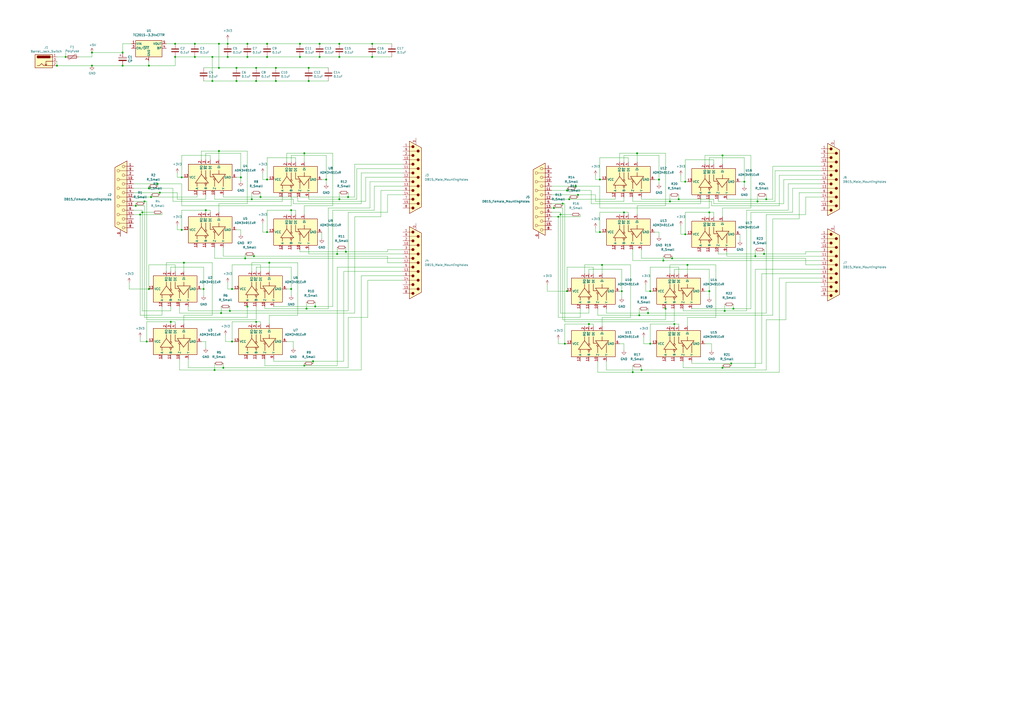
<source format=kicad_sch>
(kicad_sch (version 20211123) (generator eeschema)
  (paper "A2")
  (junction (at 71.12 30.48))
  (junction (at 156.21 152.4))
  (junction (at 377.19 168.91))
  (junction (at 128.27 181.61))
  (junction (at 124.46 214.63))
  (junction (at 53.34 30.48))
  (junction (at 419.1 213.36))
  (junction (at 123.19 46.99))
  (junction (at 105.41 102.87))
  (junction (at 179.07 39.37))
  (junction (at 154.94 104.14))
  (junction (at 431.8 105.41))
  (junction (at 123.19 33.02))
  (junction (at 143.51 25.4))
  (junction (at 360.68 168.91))
  (junction (at 372.11 214.63))
  (junction (at 119.38 121.92))
  (junction (at 118.11 167.64))
  (junction (at 151.13 114.3))
  (junction (at 129.54 213.36))
  (junction (at 389.89 149.86))
  (junction (at 86.36 167.64))
  (junction (at 185.42 25.4))
  (junction (at 81.28 124.46))
  (junction (at 443.23 147.32))
  (junction (at 105.41 133.35))
  (junction (at 173.99 25.4))
  (junction (at 347.98 134.62))
  (junction (at 173.99 33.02))
  (junction (at 335.28 113.03))
  (junction (at 154.94 25.4))
  (junction (at 38.1 33.02))
  (junction (at 326.39 118.11))
  (junction (at 146.05 115.57))
  (junction (at 328.93 168.91))
  (junction (at 391.16 187.96))
  (junction (at 215.9 25.4))
  (junction (at 99.06 186.69))
  (junction (at 154.94 134.62))
  (junction (at 323.85 125.73))
  (junction (at 134.62 167.64))
  (junction (at 176.53 88.9))
  (junction (at 420.37 180.34))
  (junction (at 361.95 123.19))
  (junction (at 397.51 105.41))
  (junction (at 393.7 115.57))
  (junction (at 201.93 114.3))
  (junction (at 154.94 33.02))
  (junction (at 424.18 210.82))
  (junction (at 419.1 90.17))
  (junction (at 176.53 212.09))
  (junction (at 196.85 25.4))
  (junction (at 137.16 46.99))
  (junction (at 160.02 39.37))
  (junction (at 327.66 199.39))
  (junction (at 177.8 179.07))
  (junction (at 133.35 180.34))
  (junction (at 349.25 153.67))
  (junction (at 101.6 25.4))
  (junction (at 411.48 123.19))
  (junction (at 181.61 209.55))
  (junction (at 182.88 177.8))
  (junction (at 382.27 104.14))
  (junction (at 168.91 121.92))
  (junction (at 53.34 38.1))
  (junction (at 85.09 198.12))
  (junction (at 143.51 177.8))
  (junction (at 148.59 39.37))
  (junction (at 160.02 46.99))
  (junction (at 179.07 46.99))
  (junction (at 397.51 135.89))
  (junction (at 106.68 152.4))
  (junction (at 325.12 124.46))
  (junction (at 196.85 33.02))
  (junction (at 377.19 199.39))
  (junction (at 168.91 167.64))
  (junction (at 148.59 46.99))
  (junction (at 388.62 116.84))
  (junction (at 215.9 33.02))
  (junction (at 82.55 123.19))
  (junction (at 86.36 38.1))
  (junction (at 86.36 109.22))
  (junction (at 132.08 25.4))
  (junction (at 137.16 39.37))
  (junction (at 438.15 148.59))
  (junction (at 113.03 25.4))
  (junction (at 195.58 147.32))
  (junction (at 127 39.37))
  (junction (at 200.66 146.05))
  (junction (at 328.93 110.49))
  (junction (at 189.23 104.14))
  (junction (at 398.78 153.67))
  (junction (at 370.84 182.88))
  (junction (at 384.81 151.13))
  (junction (at 83.82 116.84))
  (junction (at 425.45 179.07))
  (junction (at 143.51 33.02))
  (junction (at 78.74 119.38))
  (junction (at 330.2 115.57))
  (junction (at 33.02 38.1))
  (junction (at 411.48 168.91))
  (junction (at 375.92 181.61))
  (junction (at 127 87.63))
  (junction (at 148.59 186.69))
  (junction (at 334.01 107.95))
  (junction (at 341.63 187.96))
  (junction (at 196.85 115.57))
  (junction (at 321.31 120.65))
  (junction (at 367.03 215.9))
  (junction (at 92.71 111.76))
  (junction (at 147.32 148.59))
  (junction (at 369.57 88.9))
  (junction (at 185.42 33.02))
  (junction (at 101.6 33.02))
  (junction (at 134.62 198.12))
  (junction (at 347.98 104.14))
  (junction (at 87.63 114.3))
  (junction (at 439.42 116.84))
  (junction (at 71.12 38.1))
  (junction (at 132.08 33.02))
  (junction (at 139.7 102.87))
  (junction (at 127 25.4))
  (junction (at 91.44 106.68))
  (junction (at 142.24 149.86))
  (junction (at 113.03 33.02))
  (junction (at 444.5 115.57))
  (junction (at 386.08 179.07))
  (wire (pts (xy 394.97 135.89) (xy 397.51 135.89)))
  (wire (pts (xy 196.85 33.02) (xy 215.9 33.02)))
  (wire (pts (xy 104.14 214.63) (xy 124.46 214.63)))
  (wire (pts (xy 201.93 213.36) (xy 201.93 184.15)))
  (wire (pts (xy 86.36 38.1) (xy 101.6 38.1)))
  (wire (pts (xy 374.65 165.1) (xy 374.65 168.91)))
  (wire (pts (xy 96.52 152.4) (xy 106.68 152.4)))
  (wire (pts (xy 147.32 148.59) (xy 224.79 148.59)))
  (wire (pts (xy 139.7 102.87) (xy 139.7 105.41)))
  (wire (pts (xy 369.57 88.9) (xy 369.57 93.98)))
  (wire (pts (xy 408.94 168.91) (xy 411.48 168.91)))
  (wire (pts (xy 152.4 129.54) (xy 152.4 134.62)))
  (wire (pts (xy 320.04 110.49) (xy 328.93 110.49)))
  (wire (pts (xy 81.28 195.58) (xy 81.28 198.12)))
  (wire (pts (xy 116.84 167.64) (xy 118.11 167.64)))
  (wire (pts (xy 212.09 102.87) (xy 233.68 102.87)))
  (wire (pts (xy 88.9 123.19) (xy 82.55 123.19)))
  (wire (pts (xy 99.06 157.48) (xy 99.06 154.94)))
  (wire (pts (xy 326.39 185.42) (xy 386.08 185.42)))
  (wire (pts (xy 361.95 123.19) (xy 361.95 124.46)))
  (wire (pts (xy 168.91 154.94) (xy 168.91 167.64)))
  (wire (pts (xy 179.07 144.78) (xy 179.07 147.32)))
  (wire (pts (xy 124.46 143.51) (xy 124.46 149.86)))
  (wire (pts (xy 152.4 134.62) (xy 154.94 134.62)))
  (wire (pts (xy 86.36 153.67) (xy 86.36 167.64)))
  (wire (pts (xy 146.05 115.57) (xy 170.18 115.57)))
  (wire (pts (xy 347.98 107.95) (xy 347.98 120.65)))
  (wire (pts (xy 173.99 144.78) (xy 173.99 146.05)))
  (wire (pts (xy 419.1 90.17) (xy 435.61 90.17)))
  (wire (pts (xy 160.02 39.37) (xy 179.07 39.37)))
  (wire (pts (xy 391.16 156.21) (xy 411.48 156.21)))
  (wire (pts (xy 173.99 33.02) (xy 185.42 33.02)))
  (wire (pts (xy 444.5 113.03) (xy 444.5 115.57)))
  (wire (pts (xy 99.06 186.69) (xy 99.06 187.96)))
  (wire (pts (xy 361.95 93.98) (xy 361.95 90.17)))
  (wire (pts (xy 433.07 121.92) (xy 433.07 180.34)))
  (wire (pts (xy 421.64 148.59) (xy 438.15 148.59)))
  (wire (pts (xy 209.55 100.33) (xy 233.68 100.33)))
  (wire (pts (xy 367.03 215.9) (xy 452.12 215.9)))
  (wire (pts (xy 158.75 177.8) (xy 182.88 177.8)))
  (wire (pts (xy 341.63 156.21) (xy 360.68 156.21)))
  (wire (pts (xy 99.06 154.94) (xy 118.11 154.94)))
  (wire (pts (xy 151.13 187.96) (xy 151.13 186.69)))
  (wire (pts (xy 154.94 25.4) (xy 173.99 25.4)))
  (wire (pts (xy 388.62 153.67) (xy 398.78 153.67)))
  (wire (pts (xy 101.6 25.4) (xy 113.03 25.4)))
  (wire (pts (xy 372.11 115.57) (xy 393.7 115.57)))
  (wire (pts (xy 336.55 184.15) (xy 336.55 179.07)))
  (wire (pts (xy 375.92 181.61) (xy 444.5 181.61)))
  (wire (pts (xy 325.12 123.19) (xy 325.12 124.46)))
  (wire (pts (xy 342.9 118.11) (xy 406.4 118.11)))
  (wire (pts (xy 372.11 212.09) (xy 372.11 214.63)))
  (wire (pts (xy 328.93 109.22) (xy 328.93 110.49)))
  (wire (pts (xy 87.63 114.3) (xy 114.3 114.3)))
  (wire (pts (xy 127 87.63) (xy 143.51 87.63)))
  (wire (pts (xy 373.38 195.58) (xy 373.38 199.39)))
  (wire (pts (xy 457.2 121.92) (xy 457.2 106.68)))
  (wire (pts (xy 391.16 187.96) (xy 391.16 189.23)))
  (wire (pts (xy 127 39.37) (xy 127 25.4)))
  (wire (pts (xy 367.03 114.3) (xy 367.03 116.84)))
  (wire (pts (xy 85.09 198.12) (xy 86.36 198.12)))
  (wire (pts (xy 151.13 153.67) (xy 134.62 153.67)))
  (wire (pts (xy 77.47 124.46) (xy 81.28 124.46)))
  (wire (pts (xy 401.32 179.07) (xy 425.45 179.07)))
  (wire (pts (xy 327.66 186.69) (xy 391.16 186.69)))
  (wire (pts (xy 448.31 127) (xy 463.55 127)))
  (wire (pts (xy 86.36 35.56) (xy 86.36 38.1)))
  (wire (pts (xy 196.85 111.76) (xy 196.85 115.57)))
  (wire (pts (xy 92.71 111.76) (xy 92.71 113.03)))
  (wire (pts (xy 330.2 114.3) (xy 330.2 115.57)))
  (wire (pts (xy 151.13 157.48) (xy 151.13 153.67)))
  (wire (pts (xy 195.58 147.32) (xy 233.68 147.32)))
  (wire (pts (xy 185.42 25.4) (xy 196.85 25.4)))
  (wire (pts (xy 360.68 156.21) (xy 360.68 168.91)))
  (wire (pts (xy 116.84 198.12) (xy 119.38 198.12)))
  (wire (pts (xy 416.56 147.32) (xy 443.23 147.32)))
  (wire (pts (xy 148.59 39.37) (xy 160.02 39.37)))
  (wire (pts (xy 151.13 114.3) (xy 172.72 114.3)))
  (wire (pts (xy 127 87.63) (xy 127 92.71)))
  (wire (pts (xy 441.96 210.82) (xy 441.96 158.75)))
  (wire (pts (xy 171.45 91.44) (xy 154.94 91.44)))
  (wire (pts (xy 467.36 114.3) (xy 476.25 114.3)))
  (wire (pts (xy 182.88 175.26) (xy 182.88 177.8)))
  (wire (pts (xy 377.19 199.39) (xy 378.46 199.39)))
  (wire (pts (xy 205.74 114.3) (xy 205.74 95.25)))
  (wire (pts (xy 119.38 88.9) (xy 139.7 88.9)))
  (wire (pts (xy 71.12 38.1) (xy 86.36 38.1)))
  (wire (pts (xy 435.61 90.17) (xy 435.61 120.65)))
  (wire (pts (xy 71.12 25.4) (xy 71.12 30.48)))
  (wire (pts (xy 109.22 177.8) (xy 109.22 180.34)))
  (wire (pts (xy 344.17 158.75) (xy 344.17 154.94)))
  (wire (pts (xy 416.56 115.57) (xy 416.56 116.84)))
  (wire (pts (xy 114.3 114.3) (xy 114.3 113.03)))
  (wire (pts (xy 133.35 180.34) (xy 201.93 180.34)))
  (wire (pts (xy 143.51 176.53) (xy 143.51 177.8)))
  (wire (pts (xy 100.33 109.22) (xy 100.33 116.84)))
  (wire (pts (xy 82.55 123.19) (xy 82.55 180.34)))
  (wire (pts (xy 213.36 184.15) (xy 213.36 162.56)))
  (wire (pts (xy 452.12 215.9) (xy 452.12 161.29)))
  (wire (pts (xy 137.16 102.87) (xy 139.7 102.87)))
  (wire (pts (xy 220.98 125.73) (xy 220.98 110.49)))
  (wire (pts (xy 71.12 25.4) (xy 76.2 25.4)))
  (wire (pts (xy 168.91 119.38) (xy 168.91 114.3)))
  (wire (pts (xy 179.07 115.57) (xy 196.85 115.57)))
  (wire (pts (xy 467.36 153.67) (xy 476.25 153.67)))
  (wire (pts (xy 323.85 125.73) (xy 336.55 125.73)))
  (wire (pts (xy 172.72 182.88) (xy 156.21 182.88)))
  (wire (pts (xy 370.84 182.88) (xy 448.31 182.88)))
  (wire (pts (xy 109.22 180.34) (xy 133.35 180.34)))
  (wire (pts (xy 92.71 111.76) (xy 102.87 111.76)))
  (wire (pts (xy 101.6 157.48) (xy 101.6 153.67)))
  (wire (pts (xy 335.28 113.03) (xy 335.28 114.3)))
  (wire (pts (xy 367.03 116.84) (xy 388.62 116.84)))
  (wire (pts (xy 429.26 135.89) (xy 429.26 139.7)))
  (wire (pts (xy 100.33 116.84) (xy 163.83 116.84)))
  (wire (pts (xy 351.79 209.55) (xy 351.79 214.63)))
  (wire (pts (xy 224.79 123.19) (xy 224.79 113.03)))
  (wire (pts (xy 224.79 152.4) (xy 233.68 152.4)))
  (wire (pts (xy 105.41 133.35) (xy 106.68 133.35)))
  (wire (pts (xy 388.62 116.84) (xy 412.75 116.84)))
  (wire (pts (xy 168.91 90.17) (xy 189.23 90.17)))
  (wire (pts (xy 325.12 123.19) (xy 320.04 123.19)))
  (wire (pts (xy 119.38 115.57) (xy 119.38 113.03)))
  (wire (pts (xy 113.03 25.4) (xy 127 25.4)))
  (wire (pts (xy 320.04 125.73) (xy 323.85 125.73)))
  (wire (pts (xy 74.93 167.64) (xy 86.36 167.64)))
  (wire (pts (xy 123.19 46.99) (xy 123.19 33.02)))
  (wire (pts (xy 367.03 151.13) (xy 384.81 151.13)))
  (wire (pts (xy 361.95 123.19) (xy 347.98 123.19)))
  (wire (pts (xy 152.4 104.14) (xy 154.94 104.14)))
  (wire (pts (xy 344.17 189.23) (xy 344.17 187.96)))
  (wire (pts (xy 377.19 168.91) (xy 378.46 168.91)))
  (wire (pts (xy 459.74 123.19) (xy 459.74 109.22)))
  (wire (pts (xy 177.8 175.26) (xy 177.8 179.07)))
  (wire (pts (xy 444.5 115.57) (xy 448.31 115.57)))
  (wire (pts (xy 137.16 46.99) (xy 148.59 46.99)))
  (wire (pts (xy 326.39 118.11) (xy 327.66 118.11)))
  (wire (pts (xy 81.28 124.46) (xy 93.98 124.46)))
  (wire (pts (xy 452.12 119.38) (xy 452.12 101.6)))
  (wire (pts (xy 83.82 119.38) (xy 83.82 184.15)))
  (wire (pts (xy 443.23 144.78) (xy 443.23 147.32)))
  (wire (pts (xy 193.04 119.38) (xy 176.53 119.38)))
  (wire (pts (xy 361.95 199.39) (xy 361.95 203.2)))
  (wire (pts (xy 105.41 90.17) (xy 105.41 102.87)))
  (wire (pts (xy 224.79 113.03) (xy 233.68 113.03)))
  (wire (pts (xy 105.41 119.38) (xy 168.91 119.38)))
  (wire (pts (xy 130.81 194.31) (xy 130.81 198.12)))
  (wire (pts (xy 396.24 209.55) (xy 396.24 213.36)))
  (wire (pts (xy 53.34 38.1) (xy 71.12 38.1)))
  (wire (pts (xy 102.87 115.57) (xy 119.38 115.57)))
  (wire (pts (xy 168.91 121.92) (xy 154.94 121.92)))
  (wire (pts (xy 420.37 180.34) (xy 433.07 180.34)))
  (wire (pts (xy 168.91 167.64) (xy 168.91 171.45)))
  (wire (pts (xy 412.75 119.38) (xy 452.12 119.38)))
  (wire (pts (xy 365.76 184.15) (xy 349.25 184.15)))
  (wire (pts (xy 444.5 214.63) (xy 444.5 185.42)))
  (wire (pts (xy 388.62 113.03) (xy 388.62 116.84)))
  (wire (pts (xy 148.59 154.94) (xy 168.91 154.94)))
  (wire (pts (xy 142.24 147.32) (xy 142.24 149.86)))
  (wire (pts (xy 205.74 95.25) (xy 233.68 95.25)))
  (wire (pts (xy 170.18 118.11) (xy 209.55 118.11)))
  (wire (pts (xy 207.01 115.57) (xy 207.01 97.79)))
  (wire (pts (xy 137.16 39.37) (xy 148.59 39.37)))
  (wire (pts (xy 148.59 186.69) (xy 134.62 186.69)))
  (wire (pts (xy 449.58 116.84) (xy 449.58 99.06)))
  (wire (pts (xy 195.58 212.09) (xy 195.58 154.94)))
  (wire (pts (xy 105.41 121.92) (xy 105.41 133.35)))
  (wire (pts (xy 435.61 120.65) (xy 419.1 120.65)))
  (wire (pts (xy 213.36 162.56) (xy 233.68 162.56)))
  (wire (pts (xy 419.1 212.09) (xy 419.1 213.36)))
  (wire (pts (xy 361.95 116.84) (xy 361.95 114.3)))
  (wire (pts (xy 361.95 90.17) (xy 382.27 90.17)))
  (wire (pts (xy 224.79 144.78) (xy 233.68 144.78)))
  (wire (pts (xy 341.63 187.96) (xy 341.63 189.23)))
  (wire (pts (xy 200.66 146.05) (xy 224.79 146.05)))
  (wire (pts (xy 176.53 88.9) (xy 176.53 93.98)))
  (wire (pts (xy 457.2 106.68) (xy 476.25 106.68)))
  (wire (pts (xy 359.41 168.91) (xy 360.68 168.91)))
  (wire (pts (xy 463.55 111.76) (xy 476.25 111.76)))
  (wire (pts (xy 195.58 143.51) (xy 195.58 147.32)))
  (wire (pts (xy 121.92 92.71) (xy 121.92 90.17)))
  (wire (pts (xy 209.55 118.11) (xy 209.55 100.33)))
  (wire (pts (xy 199.39 157.48) (xy 233.68 157.48)))
  (wire (pts (xy 99.06 177.8) (xy 99.06 180.34)))
  (wire (pts (xy 172.72 114.3) (xy 172.72 116.84)))
  (wire (pts (xy 344.17 154.94) (xy 328.93 154.94)))
  (wire (pts (xy 349.25 153.67) (xy 365.76 153.67)))
  (wire (pts (xy 344.17 187.96) (xy 341.63 187.96)))
  (wire (pts (xy 101.6 153.67) (xy 86.36 153.67)))
  (wire (pts (xy 367.03 144.78) (xy 367.03 151.13)))
  (wire (pts (xy 425.45 176.53) (xy 425.45 179.07)))
  (wire (pts (xy 172.72 152.4) (xy 172.72 182.88)))
  (wire (pts (xy 375.92 179.07) (xy 375.92 181.61)))
  (wire (pts (xy 347.98 120.65) (xy 411.48 120.65)))
  (wire (pts (xy 393.7 154.94) (xy 377.19 154.94)))
  (wire (pts (xy 156.21 152.4) (xy 172.72 152.4)))
  (wire (pts (xy 96.52 25.4) (xy 101.6 25.4)))
  (wire (pts (xy 33.02 35.56) (xy 33.02 38.1)))
  (wire (pts (xy 342.9 110.49) (xy 342.9 118.11)))
  (wire (pts (xy 349.25 153.67) (xy 349.25 158.75)))
  (wire (pts (xy 419.1 90.17) (xy 419.1 95.25)))
  (wire (pts (xy 85.09 185.42) (xy 148.59 185.42)))
  (wire (pts (xy 320.04 115.57) (xy 330.2 115.57)))
  (wire (pts (xy 101.6 187.96) (xy 101.6 186.69)))
  (wire (pts (xy 372.11 144.78) (xy 372.11 149.86)))
  (wire (pts (xy 393.7 115.57) (xy 414.02 115.57)))
  (wire (pts (xy 396.24 179.07) (xy 396.24 180.34)))
  (wire (pts (xy 394.97 130.81) (xy 394.97 135.89)))
  (wire (pts (xy 85.09 116.84) (xy 85.09 185.42)))
  (wire (pts (xy 389.89 148.59) (xy 389.89 149.86)))
  (wire (pts (xy 134.62 167.64) (xy 135.89 167.64)))
  (wire (pts (xy 382.27 104.14) (xy 382.27 106.68)))
  (wire (pts (xy 93.98 182.88) (xy 93.98 177.8)))
  (wire (pts (xy 220.98 110.49) (xy 233.68 110.49)))
  (wire (pts (xy 179.07 114.3) (xy 179.07 115.57)))
  (wire (pts (xy 467.36 149.86) (xy 467.36 153.67)))
  (wire (pts (xy 359.41 93.98) (xy 359.41 88.9)))
  (wire (pts (xy 351.79 179.07) (xy 351.79 181.61)))
  (wire (pts (xy 321.31 119.38) (xy 321.31 120.65)))
  (wire (pts (xy 454.66 118.11) (xy 454.66 104.14)))
  (wire (pts (xy 323.85 125.73) (xy 323.85 184.15)))
  (wire (pts (xy 146.05 157.48) (xy 146.05 152.4)))
  (wire (pts (xy 146.05 111.76) (xy 146.05 115.57)))
  (wire (pts (xy 173.99 114.3) (xy 201.93 114.3)))
  (wire (pts (xy 444.5 124.46) (xy 467.36 124.46)))
  (wire (pts (xy 156.21 182.88) (xy 156.21 187.96)))
  (wire (pts (xy 132.08 33.02) (xy 143.51 33.02)))
  (wire (pts (xy 190.5 120.65) (xy 190.5 179.07)))
  (wire (pts (xy 449.58 99.06) (xy 476.25 99.06)))
  (wire (pts (xy 323.85 199.39) (xy 327.66 199.39)))
  (wire (pts (xy 86.36 109.22) (xy 100.33 109.22)))
  (wire (pts (xy 384.81 151.13) (xy 476.25 151.13)))
  (wire (pts (xy 53.34 30.48) (xy 53.34 33.02)))
  (wire (pts (xy 166.37 88.9) (xy 176.53 88.9)))
  (wire (pts (xy 33.02 33.02) (xy 38.1 33.02)))
  (wire (pts (xy 369.57 88.9) (xy 386.08 88.9)))
  (wire (pts (xy 132.08 167.64) (xy 134.62 167.64)))
  (wire (pts (xy 124.46 210.82) (xy 124.46 214.63)))
  (wire (pts (xy 139.7 133.35) (xy 139.7 135.89)))
  (wire (pts (xy 397.51 123.19) (xy 397.51 135.89)))
  (wire (pts (xy 467.36 147.32) (xy 467.36 146.05)))
  (wire (pts (xy 82.55 121.92) (xy 77.47 121.92)))
  (wire (pts (xy 109.22 213.36) (xy 129.54 213.36)))
  (wire (pts (xy 347.98 123.19) (xy 347.98 134.62)))
  (wire (pts (xy 156.21 152.4) (xy 156.21 157.48)))
  (wire (pts (xy 179.07 39.37) (xy 190.5 39.37)))
  (wire (pts (xy 124.46 113.03) (xy 124.46 115.57)))
  (wire (pts (xy 123.19 33.02) (xy 132.08 33.02)))
  (wire (pts (xy 104.14 208.28) (xy 104.14 214.63)))
  (wire (pts (xy 412.75 199.39) (xy 412.75 203.2)))
  (wire (pts (xy 139.7 88.9) (xy 139.7 102.87)))
  (wire (pts (xy 77.47 109.22) (xy 86.36 109.22)))
  (wire (pts (xy 147.32 147.32) (xy 147.32 148.59)))
  (wire (pts (xy 99.06 186.69) (xy 85.09 186.69)))
  (wire (pts (xy 377.19 187.96) (xy 377.19 199.39)))
  (wire (pts (xy 463.55 127) (xy 463.55 111.76)))
  (wire (pts (xy 438.15 213.36) (xy 438.15 156.21)))
  (wire (pts (xy 166.37 198.12) (xy 170.18 198.12)))
  (wire (pts (xy 121.92 90.17) (xy 105.41 90.17)))
  (wire (pts (xy 372.11 214.63) (xy 444.5 214.63)))
  (wire (pts (xy 154.94 91.44) (xy 154.94 104.14)))
  (wire (pts (xy 102.87 100.33) (xy 102.87 102.87)))
  (wire (pts (xy 424.18 210.82) (xy 441.96 210.82)))
  (wire (pts (xy 153.67 212.09) (xy 176.53 212.09)))
  (wire (pts (xy 132.08 22.86) (xy 132.08 25.4)))
  (wire (pts (xy 105.41 102.87) (xy 106.68 102.87)))
  (wire (pts (xy 323.85 196.85) (xy 323.85 199.39)))
  (wire (pts (xy 166.37 167.64) (xy 168.91 167.64)))
  (wire (pts (xy 317.5 165.1) (xy 317.5 168.91)))
  (wire (pts (xy 182.88 177.8) (xy 193.04 177.8)))
  (wire (pts (xy 185.42 33.02) (xy 196.85 33.02)))
  (wire (pts (xy 359.41 88.9) (xy 369.57 88.9)))
  (wire (pts (xy 104.14 177.8) (xy 104.14 181.61)))
  (wire (pts (xy 82.55 180.34) (xy 99.06 180.34)))
  (wire (pts (xy 414.02 123.19) (xy 411.48 123.19)))
  (wire (pts (xy 129.54 213.36) (xy 201.93 213.36)))
  (wire (pts (xy 154.94 33.02) (xy 173.99 33.02)))
  (wire (pts (xy 101.6 186.69) (xy 99.06 186.69)))
  (wire (pts (xy 121.92 121.92) (xy 119.38 121.92)))
  (wire (pts (xy 345.44 116.84) (xy 361.95 116.84)))
  (wire (pts (xy 179.07 46.99) (xy 190.5 46.99)))
  (wire (pts (xy 347.98 104.14) (xy 349.25 104.14)))
  (wire (pts (xy 401.32 209.55) (xy 401.32 210.82)))
  (wire (pts (xy 123.19 46.99) (xy 137.16 46.99)))
  (wire (pts (xy 116.84 92.71) (xy 116.84 87.63)))
  (wire (pts (xy 416.56 116.84) (xy 439.42 116.84)))
  (wire (pts (xy 411.48 123.19) (xy 411.48 125.73)))
  (wire (pts (xy 148.59 185.42) (xy 148.59 177.8)))
  (wire (pts (xy 331.47 124.46) (xy 325.12 124.46)))
  (wire (pts (xy 454.66 104.14) (xy 476.25 104.14)))
  (wire (pts (xy 435.61 123.19) (xy 435.61 179.07)))
  (wire (pts (xy 127 118.11) (xy 127 123.19)))
  (wire (pts (xy 467.36 124.46) (xy 467.36 114.3)))
  (wire (pts (xy 391.16 186.69) (xy 391.16 179.07)))
  (wire (pts (xy 391.16 158.75) (xy 391.16 156.21)))
  (wire (pts (xy 452.12 101.6) (xy 476.25 101.6)))
  (wire (pts (xy 83.82 184.15) (xy 143.51 184.15)))
  (wire (pts (xy 408.94 199.39) (xy 412.75 199.39)))
  (wire (pts (xy 200.66 143.51) (xy 200.66 146.05)))
  (wire (pts (xy 101.6 33.02) (xy 113.03 33.02)))
  (wire (pts (xy 205.74 125.73) (xy 220.98 125.73)))
  (wire (pts (xy 335.28 113.03) (xy 345.44 113.03)))
  (wire (pts (xy 154.94 134.62) (xy 156.21 134.62)))
  (wire (pts (xy 189.23 104.14) (xy 189.23 106.68)))
  (wire (pts (xy 414.02 125.73) (xy 414.02 123.19)))
  (wire (pts (xy 201.93 180.34) (xy 201.93 123.19)))
  (wire (pts (xy 438.15 148.59) (xy 476.25 148.59)))
  (wire (pts (xy 87.63 113.03) (xy 87.63 114.3)))
  (wire (pts (xy 176.53 88.9) (xy 193.04 88.9)))
  (wire (pts (xy 116.84 87.63) (xy 127 87.63)))
  (wire (pts (xy 328.93 154.94) (xy 328.93 168.91)))
  (wire (pts (xy 325.12 181.61) (xy 341.63 181.61)))
  (wire (pts (xy 448.31 182.88) (xy 448.31 127)))
  (wire (pts (xy 431.8 105.41) (xy 431.8 107.95)))
  (wire (pts (xy 123.19 152.4) (xy 123.19 182.88)))
  (wire (pts (xy 118.11 46.99) (xy 123.19 46.99)))
  (wire (pts (xy 421.64 115.57) (xy 444.5 115.57)))
  (wire (pts (xy 78.74 119.38) (xy 83.82 119.38)))
  (wire (pts (xy 398.78 153.67) (xy 415.29 153.67)))
  (wire (pts (xy 124.46 214.63) (xy 209.55 214.63)))
  (wire (pts (xy 143.51 118.11) (xy 127 118.11)))
  (wire (pts (xy 439.42 113.03) (xy 439.42 116.84)))
  (wire (pts (xy 176.53 212.09) (xy 195.58 212.09)))
  (wire (pts (xy 411.48 168.91) (xy 411.48 172.72)))
  (wire (pts (xy 325.12 124.46) (xy 325.12 181.61)))
  (wire (pts (xy 148.59 46.99) (xy 160.02 46.99)))
  (wire (pts (xy 118.11 154.94) (xy 118.11 167.64)))
  (wire (pts (xy 124.46 115.57) (xy 146.05 115.57)))
  (wire (pts (xy 193.04 88.9) (xy 193.04 119.38)))
  (wire (pts (xy 394.97 105.41) (xy 397.51 105.41)))
  (wire (pts (xy 119.38 121.92) (xy 119.38 123.19)))
  (wire (pts (xy 334.01 107.95) (xy 334.01 109.22)))
  (wire (pts (xy 455.93 185.42) (xy 455.93 163.83)))
  (wire (pts (xy 186.69 104.14) (xy 189.23 104.14)))
  (wire (pts (xy 181.61 209.55) (xy 181.61 210.82)))
  (wire (pts (xy 201.93 114.3) (xy 205.74 114.3)))
  (wire (pts (xy 345.44 101.6) (xy 345.44 104.14)))
  (wire (pts (xy 193.04 121.92) (xy 217.17 121.92)))
  (wire (pts (xy 148.59 157.48) (xy 148.59 154.94)))
  (wire (pts (xy 455.93 163.83) (xy 476.25 163.83)))
  (wire (pts (xy 196.85 25.4) (xy 215.9 25.4)))
  (wire (pts (xy 372.11 114.3) (xy 372.11 115.57)))
  (wire (pts (xy 53.34 33.02) (xy 45.72 33.02)))
  (wire (pts (xy 160.02 46.99) (xy 179.07 46.99)))
  (wire (pts (xy 127 25.4) (xy 132.08 25.4)))
  (wire (pts (xy 326.39 118.11) (xy 326.39 119.38)))
  (wire (pts (xy 190.5 120.65) (xy 214.63 120.65)))
  (wire (pts (xy 133.35 177.8) (xy 133.35 180.34)))
  (wire (pts (xy 129.54 148.59) (xy 147.32 148.59)))
  (wire (pts (xy 421.64 146.05) (xy 421.64 148.59)))
  (wire (pts (xy 121.92 123.19) (xy 121.92 121.92)))
  (wire (pts (xy 207.01 97.79) (xy 233.68 97.79)))
  (wire (pts (xy 369.57 119.38) (xy 369.57 124.46)))
  (wire (pts (xy 205.74 181.61) (xy 205.74 125.73)))
  (wire (pts (xy 411.48 120.65) (xy 411.48 115.57)))
  (wire (pts (xy 106.68 182.88) (xy 106.68 187.96)))
  (wire (pts (xy 168.91 93.98) (xy 168.91 90.17)))
  (wire (pts (xy 146.05 152.4) (xy 156.21 152.4)))
  (wire (pts (xy 74.93 163.83) (xy 74.93 167.64)))
  (wire (pts (xy 214.63 120.65) (xy 214.63 105.41)))
  (wire (pts (xy 365.76 153.67) (xy 365.76 184.15)))
  (wire (pts (xy 419.1 120.65) (xy 419.1 125.73)))
  (wire (pts (xy 397.51 105.41) (xy 398.78 105.41)))
  (wire (pts (xy 347.98 134.62) (xy 349.25 134.62)))
  (wire (pts (xy 346.71 182.88) (xy 370.84 182.88)))
  (wire (pts (xy 382.27 90.17) (xy 382.27 104.14)))
  (wire (pts (xy 386.08 177.8) (xy 386.08 179.07)))
  (wire (pts (xy 414.02 95.25) (xy 414.02 92.71)))
  (wire (pts (xy 105.41 106.68) (xy 105.41 119.38)))
  (wire (pts (xy 339.09 158.75) (xy 339.09 153.67)))
  (wire (pts (xy 106.68 152.4) (xy 106.68 157.48)))
  (wire (pts (xy 102.87 111.76) (xy 102.87 115.57)))
  (wire (pts (xy 401.32 210.82) (xy 424.18 210.82)))
  (wire (pts (xy 386.08 119.38) (xy 369.57 119.38)))
  (wire (pts (xy 118.11 167.64) (xy 118.11 171.45)))
  (wire (pts (xy 143.51 25.4) (xy 154.94 25.4)))
  (wire (pts (xy 321.31 120.65) (xy 326.39 120.65)))
  (wire (pts (xy 113.03 33.02) (xy 123.19 33.02)))
  (wire (pts (xy 433.07 121.92) (xy 457.2 121.92)))
  (wire (pts (xy 448.31 115.57) (xy 448.31 96.52)))
  (wire (pts (xy 398.78 184.15) (xy 398.78 189.23)))
  (wire (pts (xy 154.94 104.14) (xy 156.21 104.14)))
  (wire (pts (xy 128.27 177.8) (xy 128.27 181.61)))
  (wire (pts (xy 151.13 186.69) (xy 148.59 186.69)))
  (wire (pts (xy 379.73 134.62) (xy 382.27 134.62)))
  (wire (pts (xy 408.94 90.17) (xy 419.1 90.17)))
  (wire (pts (xy 118.11 39.37) (xy 127 39.37)))
  (wire (pts (xy 341.63 158.75) (xy 341.63 156.21)))
  (wire (pts (xy 459.74 109.22) (xy 476.25 109.22)))
  (wire (pts (xy 134.62 198.12) (xy 135.89 198.12)))
  (wire (pts (xy 170.18 115.57) (xy 170.18 118.11)))
  (wire (pts (xy 91.44 106.68) (xy 91.44 107.95)))
  (wire (pts (xy 467.36 146.05) (xy 476.25 146.05)))
  (wire (pts (xy 347.98 91.44) (xy 347.98 104.14)))
  (wire (pts (xy 93.98 123.19) (xy 93.98 124.46)))
  (wire (pts (xy 166.37 93.98) (xy 166.37 88.9)))
  (wire (pts (xy 414.02 92.71) (xy 397.51 92.71)))
  (wire (pts (xy 393.7 113.03) (xy 393.7 115.57)))
  (wire (pts (xy 209.55 214.63) (xy 209.55 160.02)))
  (wire (pts (xy 349.25 184.15) (xy 349.25 189.23)))
  (wire (pts (xy 153.67 208.28) (xy 153.67 212.09)))
  (wire (pts (xy 320.04 120.65) (xy 321.31 120.65)))
  (wire (pts (xy 129.54 114.3) (xy 151.13 114.3)))
  (wire (pts (xy 130.81 198.12) (xy 134.62 198.12)))
  (wire (pts (xy 186.69 134.62) (xy 186.69 138.43)))
  (wire (pts (xy 119.38 198.12) (xy 119.38 201.93)))
  (wire (pts (xy 38.1 33.02) (xy 38.1 30.48)))
  (wire (pts (xy 78.74 118.11) (xy 78.74 119.38)))
  (wire (pts (xy 320.04 107.95) (xy 334.01 107.95)))
  (wire (pts (xy 389.89 149.86) (xy 467.36 149.86)))
  (wire (pts (xy 77.47 116.84) (xy 83.82 116.84)))
  (wire (pts (xy 345.44 132.08) (xy 345.44 134.62)))
  (wire (pts (xy 396.24 213.36) (xy 419.1 213.36)))
  (wire (pts (xy 393.7 189.23) (xy 393.7 187.96)))
  (wire (pts (xy 104.14 181.61) (xy 128.27 181.61)))
  (wire (pts (xy 438.15 156.21) (xy 476.25 156.21)))
  (wire (pts (xy 317.5 168.91) (xy 328.93 168.91)))
  (wire (pts (xy 444.5 185.42) (xy 455.93 185.42)))
  (wire (pts (xy 119.38 92.71) (xy 119.38 88.9)))
  (wire (pts (xy 83.82 116.84) (xy 83.82 118.11)))
  (wire (pts (xy 320.04 113.03) (xy 335.28 113.03)))
  (wire (pts (xy 360.68 168.91) (xy 360.68 172.72)))
  (wire (pts (xy 351.79 181.61) (xy 375.92 181.61)))
  (wire (pts (xy 33.02 38.1) (xy 53.34 38.1)))
  (wire (pts (xy 323.85 184.15) (xy 336.55 184.15)))
  (wire (pts (xy 215.9 33.02) (xy 227.33 33.02)))
  (wire (pts (xy 345.44 113.03) (xy 345.44 116.84)))
  (wire (pts (xy 359.41 199.39) (xy 361.95 199.39)))
  (wire (pts (xy 77.47 119.38) (xy 78.74 119.38)))
  (wire (pts (xy 53.34 30.48) (xy 71.12 30.48)))
  (wire (pts (xy 393.7 158.75) (xy 393.7 154.94)))
  (wire (pts (xy 201.93 184.15) (xy 213.36 184.15)))
  (wire (pts (xy 189.23 90.17) (xy 189.23 104.14)))
  (wire (pts (xy 336.55 124.46) (xy 336.55 125.73)))
  (wire (pts (xy 77.47 111.76) (xy 92.71 111.76)))
  (wire (pts (xy 398.78 153.67) (xy 398.78 158.75)))
  (wire (pts (xy 386.08 179.07) (xy 386.08 185.42)))
  (wire (pts (xy 195.58 154.94) (xy 233.68 154.94)))
  (wire (pts (xy 179.07 147.32) (xy 195.58 147.32)))
  (wire (pts (xy 411.48 95.25) (xy 411.48 91.44)))
  (wire (pts (xy 435.61 123.19) (xy 459.74 123.19)))
  (wire (pts (xy 364.49 91.44) (xy 347.98 91.44)))
  (wire (pts (xy 424.18 210.82) (xy 424.18 212.09)))
  (wire (pts (xy 82.55 121.92) (xy 82.55 123.19)))
  (wire (pts (xy 408.94 95.25) (xy 408.94 90.17)))
  (wire (pts (xy 384.81 148.59) (xy 384.81 151.13)))
  (wire (pts (xy 377.19 154.94) (xy 377.19 168.91)))
  (wire (pts (xy 96.52 157.48) (xy 96.52 152.4)))
  (wire (pts (xy 171.45 121.92) (xy 168.91 121.92)))
  (wire (pts (xy 154.94 121.92) (xy 154.94 134.62)))
  (wire (pts (xy 356.87 115.57) (xy 356.87 114.3)))
  (wire (pts (xy 452.12 161.29) (xy 476.25 161.29)))
  (wire (pts (xy 201.93 111.76) (xy 201.93 114.3)))
  (wire (pts (xy 406.4 118.11) (xy 406.4 115.57)))
  (wire (pts (xy 83.82 116.84) (xy 85.09 116.84)))
  (wire (pts (xy 444.5 181.61) (xy 444.5 124.46)))
  (wire (pts (xy 327.66 118.11) (xy 327.66 186.69)))
  (wire (pts (xy 124.46 149.86) (xy 142.24 149.86)))
  (wire (pts (xy 351.79 214.63) (xy 372.11 214.63)))
  (wire (pts (xy 86.36 107.95) (xy 86.36 109.22)))
  (wire (pts (xy 215.9 25.4) (xy 227.33 25.4)))
  (wire (pts (xy 153.67 179.07) (xy 177.8 179.07)))
  (wire (pts (xy 172.72 116.84) (xy 212.09 116.84)))
  (wire (pts (xy 339.09 153.67) (xy 349.25 153.67)))
  (wire (pts (xy 391.16 187.96) (xy 377.19 187.96)))
  (wire (pts (xy 411.48 123.19) (xy 397.51 123.19)))
  (wire (pts (xy 81.28 124.46) (xy 81.28 182.88)))
  (wire (pts (xy 388.62 158.75) (xy 388.62 153.67)))
  (wire (pts (xy 411.48 91.44) (xy 431.8 91.44)))
  (wire (pts (xy 341.63 187.96) (xy 327.66 187.96)))
  (wire (pts (xy 163.83 116.84) (xy 163.83 114.3)))
  (wire (pts (xy 102.87 130.81) (xy 102.87 133.35)))
  (wire (pts (xy 199.39 209.55) (xy 199.39 157.48)))
  (wire (pts (xy 327.66 199.39) (xy 328.93 199.39)))
  (wire (pts (xy 102.87 102.87) (xy 105.41 102.87)))
  (wire (pts (xy 158.75 209.55) (xy 181.61 209.55)))
  (wire (pts (xy 176.53 210.82) (xy 176.53 212.09)))
  (wire (pts (xy 101.6 38.1) (xy 101.6 33.02)))
  (wire (pts (xy 170.18 198.12) (xy 170.18 201.93)))
  (wire (pts (xy 119.38 121.92) (xy 105.41 121.92)))
  (wire (pts (xy 214.63 105.41) (xy 233.68 105.41)))
  (wire (pts (xy 148.59 186.69) (xy 148.59 187.96)))
  (wire (pts (xy 341.63 179.07) (xy 341.63 181.61)))
  (wire (pts (xy 334.01 107.95) (xy 347.98 107.95)))
  (wire (pts (xy 77.47 106.68) (xy 91.44 106.68)))
  (wire (pts (xy 176.53 119.38) (xy 176.53 124.46)))
  (wire (pts (xy 91.44 106.68) (xy 105.41 106.68)))
  (wire (pts (xy 411.48 156.21) (xy 411.48 168.91)))
  (wire (pts (xy 129.54 143.51) (xy 129.54 148.59)))
  (wire (pts (xy 330.2 115.57) (xy 356.87 115.57)))
  (wire (pts (xy 374.65 168.91) (xy 377.19 168.91)))
  (wire (pts (xy 346.71 215.9) (xy 367.03 215.9)))
  (wire (pts (xy 345.44 104.14) (xy 347.98 104.14)))
  (wire (pts (xy 106.68 152.4) (xy 123.19 152.4)))
  (wire (pts (xy 414.02 118.11) (xy 414.02 115.57)))
  (wire (pts (xy 134.62 153.67) (xy 134.62 167.64)))
  (wire (pts (xy 123.19 182.88) (xy 106.68 182.88)))
  (wire (pts (xy 132.08 25.4) (xy 143.51 25.4)))
  (wire (pts (xy 143.51 33.02) (xy 154.94 33.02)))
  (wire (pts (xy 425.45 179.07) (xy 435.61 179.07)))
  (wire (pts (xy 85.09 186.69) (xy 85.09 198.12)))
  (wire (pts (xy 346.71 179.07) (xy 346.71 182.88)))
  (wire (pts (xy 81.28 198.12) (xy 85.09 198.12)))
  (wire (pts (xy 77.47 114.3) (xy 87.63 114.3)))
  (wire (pts (xy 412.75 116.84) (xy 412.75 119.38)))
  (wire (pts (xy 326.39 120.65) (xy 326.39 185.42)))
  (wire (pts (xy 364.49 93.98) (xy 364.49 91.44)))
  (wire (pts (xy 217.17 107.95) (xy 233.68 107.95)))
  (wire (pts (xy 201.93 123.19) (xy 224.79 123.19)))
  (wire (pts (xy 393.7 187.96) (xy 391.16 187.96)))
  (wire (pts (xy 129.54 113.03) (xy 129.54 114.3)))
  (wire (pts (xy 439.42 116.84) (xy 449.58 116.84)))
  (wire (pts (xy 364.49 123.19) (xy 361.95 123.19)))
  (wire (pts (xy 420.37 176.53) (xy 420.37 180.34)))
  (wire (pts (xy 128.27 181.61) (xy 205.74 181.61)))
  (wire (pts (xy 379.73 104.14) (xy 382.27 104.14)))
  (wire (pts (xy 370.84 179.07) (xy 370.84 182.88)))
  (wire (pts (xy 345.44 134.62) (xy 347.98 134.62)))
  (wire (pts (xy 143.51 87.63) (xy 143.51 118.11)))
  (wire (pts (xy 196.85 115.57) (xy 207.01 115.57)))
  (wire (pts (xy 81.28 182.88) (xy 93.98 182.88)))
  (wire (pts (xy 386.08 88.9) (xy 386.08 119.38)))
  (wire (pts (xy 320.04 118.11) (xy 326.39 118.11)))
  (wire (pts (xy 441.96 158.75) (xy 476.25 158.75)))
  (wire (pts (xy 134.62 186.69) (xy 134.62 198.12)))
  (wire (pts (xy 217.17 121.92) (xy 217.17 107.95)))
  (wire (pts (xy 394.97 101.6) (xy 394.97 105.41)))
  (wire (pts (xy 431.8 91.44) (xy 431.8 105.41)))
  (wire (pts (xy 346.71 209.55) (xy 346.71 215.9)))
  (wire (pts (xy 415.29 184.15) (xy 398.78 184.15)))
  (wire (pts (xy 153.67 177.8) (xy 153.67 179.07)))
  (wire (pts (xy 173.99 146.05) (xy 200.66 146.05)))
  (wire (pts (xy 168.91 121.92) (xy 168.91 124.46)))
  (wire (pts (xy 177.8 179.07) (xy 190.5 179.07)))
  (wire (pts (xy 448.31 96.52) (xy 476.25 96.52)))
  (wire (pts (xy 397.51 92.71) (xy 397.51 105.41)))
  (wire (pts (xy 396.24 180.34) (xy 420.37 180.34)))
  (wire (pts (xy 367.03 212.09) (xy 367.03 215.9)))
  (wire (pts (xy 102.87 133.35) (xy 105.41 133.35)))
  (wire (pts (xy 137.16 133.35) (xy 139.7 133.35)))
  (wire (pts (xy 224.79 146.05) (xy 224.79 144.78)))
  (wire (pts (xy 372.11 149.86) (xy 389.89 149.86)))
  (wire (pts (xy 173.99 25.4) (xy 185.42 25.4)))
  (wire (pts (xy 142.24 149.86) (xy 233.68 149.86)))
  (wire (pts (xy 397.51 135.89) (xy 398.78 135.89)))
  (wire (pts (xy 127 39.37) (xy 137.16 39.37)))
  (wire (pts (xy 132.08 163.83) (xy 132.08 167.64)))
  (wire (pts (xy 438.15 144.78) (xy 438.15 148.59)))
  (wire (pts (xy 209.55 160.02) (xy 233.68 160.02)))
  (wire (pts (xy 373.38 199.39) (xy 377.19 199.39)))
  (wire (pts (xy 414.02 118.11) (xy 454.66 118.11)))
  (wire (pts (xy 224.79 148.59) (xy 224.79 152.4)))
  (wire (pts (xy 328.93 110.49) (xy 342.9 110.49)))
  (wire (pts (xy 129.54 210.82) (xy 129.54 213.36)))
  (wire (pts (xy 181.61 209.55) (xy 199.39 209.55)))
  (wire (pts (xy 416.56 146.05) (xy 416.56 147.32)))
  (wire (pts (xy 429.26 105.41) (xy 431.8 105.41)))
  (wire (pts (xy 212.09 116.84) (xy 212.09 102.87)))
  (wire (pts (xy 364.49 124.46) (xy 364.49 123.19)))
  (wire (pts (xy 327.66 187.96) (xy 327.66 199.39)))
  (wire (pts (xy 109.22 208.28) (xy 109.22 213.36)))
  (wire (pts (xy 151.13 111.76) (xy 151.13 114.3)))
  (wire (pts (xy 415.29 153.67) (xy 415.29 184.15)))
  (wire (pts (xy 193.04 121.92) (xy 193.04 177.8)))
  (wire (pts (xy 443.23 147.32) (xy 467.36 147.32)))
  (wire (pts (xy 171.45 124.46) (xy 171.45 121.92)))
  (wire (pts (xy 419.1 213.36) (xy 438.15 213.36)))
  (wire (pts (xy 171.45 93.98) (xy 171.45 91.44)))
  (wire (pts (xy 143.51 177.8) (xy 143.51 184.15)))
  (wire (pts (xy 382.27 134.62) (xy 382.27 137.16)))
  (wire (pts (xy 158.75 208.28) (xy 158.75 209.55)))
  (wire (pts (xy 152.4 100.33) (xy 152.4 104.14)))
  (symbol (lib_id "Connector:DB15_Male_MountingHoles") (at 241.3 102.87 0) (mirror x) (unit 1)
    (property "Reference" "J3" (at 246.38 101.5999 0) (effects (justify left)))
    (property "Value" "DB15_Male_MountingHoles" (at 246.38 104.1399 0) (effects (justify left)))
    (property "Footprint" "Connector_Dsub:DSUB-15_Male_Horizontal_P2.77x2.84mm_EdgePinOffset4.94mm_Housed_MountingHolesOffset7.48mm" (effects hide))
    (property "Datasheet" " ~" (effects hide))
  )
  (symbol (lib_id "Interface_UART:ADM3491ExR") (at 151.13 167.64 90) (mirror x) (unit 1)
    (property "Reference" "U6" (at 171.45 161.0612 90))
    (property "Value" "ADM3491ExR" (at 171.45 163.6012 90))
    (property "Footprint" "Package_SO:SOIC-14_3.9x8.7mm_P1.27mm" (effects hide))
    (property "Datasheet" "https://www.analog.com/media/en/technical-documentation/data-sheets/ADM3483E_3486E_3488E_3490E_3491E.pdf" (effects hide))
  )
  (symbol (lib_id "power:+3.3V") (at 323.85 196.85 0) (unit 1)
    (property "Reference" "#PWR021" (effects hide))
    (property "Value" "+3.3V" (at 323.85 191.77 0))
  )
  (symbol (lib_id "Interface_UART:ADM3491ExR") (at 364.49 104.14 90) (mirror x) (unit 1)
    (property "Reference" "U12" (at 384.81 97.5612 90))
    (property "Value" "ADM3491ExR" (at 384.81 100.1012 90))
    (property "Footprint" "Package_SO:SOIC-14_3.9x8.7mm_P1.27mm" (effects hide))
    (property "Datasheet" "https://www.analog.com/media/en/technical-documentation/data-sheets/ADM3483E_3486E_3488E_3490E_3491E.pdf" (effects hide))
  )
  (symbol (lib_id "power:+3.3V") (at 373.38 195.58 0) (unit 1)
    (property "Reference" "#PWR026" (effects hide))
    (property "Value" "+3.3V" (at 373.38 190.5 0))
  )
  (symbol (lib_id "Device:R_Small") (at 373.38 179.07 90) (unit 1)
    (property "Reference" "R18" (at 373.38 172.72 90))
    (property "Value" "R_Small" (at 373.38 175.26 90))
    (property "Footprint" "Resistor_SMD:R_0402_1005Metric_Pad0.72x0.64mm_HandSolder" (effects hide))
  )
  (symbol (lib_id "Device:C") (at 179.07 43.18 0) (unit 1)
    (property "Reference" "C12" (at 181.991 42.0116 0) (effects (justify left)))
    (property "Value" "0.1uF" (at 181.991 44.323 0) (effects (justify left)))
    (property "Footprint" "Capacitor_SMD:C_0805_2012Metric" (effects hide))
  )
  (symbol (lib_id "Device:C") (at 185.42 29.21 0) (unit 1)
    (property "Reference" "C13" (at 188.341 28.0416 0) (effects (justify left)))
    (property "Value" "0.1uF" (at 188.341 30.353 0) (effects (justify left)))
    (property "Footprint" "Capacitor_SMD:C_0805_2012Metric" (effects hide))
  )
  (symbol (lib_id "Interface_UART:ADM3491ExR") (at 364.49 134.62 90) (mirror x) (unit 1)
    (property "Reference" "U13" (at 384.81 128.0412 90))
    (property "Value" "ADM3491ExR" (at 384.81 130.5812 90))
    (property "Footprint" "Package_SO:SOIC-14_3.9x8.7mm_P1.27mm" (effects hide))
    (property "Datasheet" "https://www.analog.com/media/en/technical-documentation/data-sheets/ADM3483E_3486E_3488E_3490E_3491E.pdf" (effects hide))
  )
  (symbol (lib_id "Device:C") (at 160.02 43.18 0) (unit 1)
    (property "Reference" "C10" (at 162.941 42.0116 0) (effects (justify left)))
    (property "Value" "0.1uF" (at 162.941 44.323 0) (effects (justify left)))
    (property "Footprint" "Capacitor_SMD:C_0805_2012Metric" (effects hide))
  )
  (symbol (lib_id "Device:R_Small") (at 421.64 212.09 90) (unit 1)
    (property "Reference" "R21" (at 421.64 205.74 90))
    (property "Value" "R_Small" (at 421.64 208.28 90))
    (property "Footprint" "Resistor_SMD:R_0402_1005Metric_Pad0.72x0.64mm_HandSolder" (effects hide))
  )
  (symbol (lib_id "power:GND") (at 412.75 203.2 0) (unit 1)
    (property "Reference" "#PWR033" (effects hide))
    (property "Value" "GND" (at 412.75 208.28 0))
  )
  (symbol (lib_id "Device:R_Small") (at 88.9 107.95 90) (unit 1)
    (property "Reference" "R2" (at 88.9 101.6 90))
    (property "Value" "R_Small" (at 88.9 104.14 90))
    (property "Footprint" "Resistor_SMD:R_0402_1005Metric_Pad0.72x0.64mm_HandSolder" (effects hide))
  )
  (symbol (lib_id "power:GND") (at 382.27 106.68 0) (unit 1)
    (property "Reference" "#PWR028" (effects hide))
    (property "Value" "GND" (at 382.27 111.76 0))
  )
  (symbol (lib_id "power:+3.3V") (at 394.97 130.81 0) (unit 1)
    (property "Reference" "#PWR031" (effects hide))
    (property "Value" "+3.3V" (at 394.97 125.73 0))
  )
  (symbol (lib_id "Device:R_Small") (at 369.57 212.09 90) (unit 1)
    (property "Reference" "R17" (at 369.57 205.74 90))
    (property "Value" "R_Small" (at 369.57 208.28 90))
    (property "Footprint" "Resistor_SMD:R_0402_1005Metric_Pad0.72x0.64mm_HandSolder" (effects hide))
  )
  (symbol (lib_id "Interface_UART:ADM3491ExR") (at 101.6 198.12 90) (mirror x) (unit 1)
    (property "Reference" "U3" (at 121.92 191.5412 90))
    (property "Value" "ADM3491ExR" (at 121.92 194.0812 90))
    (property "Footprint" "Package_SO:SOIC-14_3.9x8.7mm_P1.27mm" (effects hide))
    (property "Datasheet" "https://www.analog.com/media/en/technical-documentation/data-sheets/ADM3483E_3486E_3488E_3490E_3491E.pdf" (effects hide))
  )
  (symbol (lib_id "Interface_UART:ADM3491ExR") (at 171.45 134.62 90) (mirror x) (unit 1)
    (property "Reference" "U9" (at 191.77 128.0412 90))
    (property "Value" "ADM3491ExR" (at 191.77 130.5812 90))
    (property "Footprint" "Package_SO:SOIC-14_3.9x8.7mm_P1.27mm" (effects hide))
    (property "Datasheet" "https://www.analog.com/media/en/technical-documentation/data-sheets/ADM3483E_3486E_3488E_3490E_3491E.pdf" (effects hide))
  )
  (symbol (lib_id "power:GND") (at 118.11 171.45 0) (unit 1)
    (property "Reference" "#PWR07" (effects hide))
    (property "Value" "GND" (at 118.11 176.53 0))
  )
  (symbol (lib_id "Device:R_Small") (at 199.39 111.76 90) (unit 1)
    (property "Reference" "R12" (at 199.39 105.41 90))
    (property "Value" "R_Small" (at 199.39 107.95 90))
    (property "Footprint" "Resistor_SMD:R_0402_1005Metric_Pad0.72x0.64mm_HandSolder" (effects hide))
  )
  (symbol (lib_id "Device:C") (at 190.5 43.18 0) (unit 1)
    (property "Reference" "C14" (at 193.421 42.0116 0) (effects (justify left)))
    (property "Value" "0.1uF" (at 193.421 44.323 0) (effects (justify left)))
    (property "Footprint" "Capacitor_SMD:C_0805_2012Metric" (effects hide))
  )
  (symbol (lib_id "Device:CP") (at 71.12 34.29 0) (unit 1)
    (property "Reference" "C1" (at 74.1172 33.1216 0) (effects (justify left)))
    (property "Value" "CP" (at 74.1172 35.433 0) (effects (justify left)))
    (property "Footprint" "Capacitor_SMD:CP_Elec_5x3" (effects hide))
  )
  (symbol (lib_id "power:GND") (at 189.23 106.68 0) (unit 1)
    (property "Reference" "#PWR019" (effects hide))
    (property "Value" "GND" (at 189.23 111.76 0))
  )
  (symbol (lib_id "Connector:Barrel_Jack_Switch") (at 25.4 35.56 0) (unit 1)
    (property "Reference" "J1" (at 26.8478 27.5082 0))
    (property "Value" "Barrel_Jack_Switch" (at 26.8478 29.8196 0))
    (property "Footprint" "Connector_BarrelJack:BarrelJack_GCT_DCJ200-10-A_Horizontal" (effects hide))
  )
  (symbol (lib_id "power:GND") (at 429.26 139.7 0) (unit 1)
    (property "Reference" "#PWR034" (effects hide))
    (property "Value" "GND" (at 429.26 144.78 0))
  )
  (symbol (lib_id "Device:R_Small") (at 391.16 113.03 90) (unit 1)
    (property "Reference" "R20" (at 391.16 106.68 90))
    (property "Value" "R_Small" (at 391.16 109.22 90))
    (property "Footprint" "Resistor_SMD:R_0402_1005Metric_Pad0.72x0.64mm_HandSolder" (effects hide))
  )
  (symbol (lib_id "Regulator_Linear:TC2015-3.3VxCTTR") (at 86.36 27.94 0) (unit 1)
    (property "Reference" "U1" (at 86.36 17.78 0))
    (property "Value" "TC2015-3.3VxCTTR" (at 86.36 20.32 0))
    (property "Footprint" "Package_TO_SOT_SMD:SOT-23-5" (effects hide))
    (property "Datasheet" "http://ww1.microchip.com/downloads/en/DeviceDoc/21662F.pdf" (effects hide))
  )
  (symbol (lib_id "Device:R_Small") (at 144.78 147.32 90) (unit 1)
    (property "Reference" "R7" (at 144.78 140.97 90))
    (property "Value" "R_Small" (at 144.78 143.51 90))
    (property "Footprint" "Resistor_SMD:R_0402_1005Metric_Pad0.72x0.64mm_HandSolder" (effects hide))
  )
  (symbol (lib_id "power:GND") (at 168.91 171.45 0) (unit 1)
    (property "Reference" "#PWR016" (effects hide))
    (property "Value" "GND" (at 168.91 176.53 0))
  )
  (symbol (lib_id "Device:C") (at 143.51 29.21 0) (unit 1)
    (property "Reference" "C7" (at 146.431 28.0416 0) (effects (justify left)))
    (property "Value" "0.1uF" (at 146.431 30.353 0) (effects (justify left)))
    (property "Footprint" "Capacitor_SMD:C_0805_2012Metric" (effects hide))
  )
  (symbol (lib_id "Device:R_Small") (at 323.85 119.38 90) (unit 1)
    (property "Reference" "R13" (at 323.85 113.03 90))
    (property "Value" "R_Small" (at 323.85 115.57 90))
    (property "Footprint" "Resistor_SMD:R_0402_1005Metric_Pad0.72x0.64mm_HandSolder" (effects hide))
  )
  (symbol (lib_id "power:GND") (at 360.68 172.72 0) (unit 1)
    (property "Reference" "#PWR024" (effects hide))
    (property "Value" "GND" (at 360.68 177.8 0))
  )
  (symbol (lib_id "power:+3.3V") (at 345.44 132.08 0) (unit 1)
    (property "Reference" "#PWR023" (effects hide))
    (property "Value" "+3.3V" (at 345.44 127 0))
  )
  (symbol (lib_id "Device:C") (at 154.94 29.21 0) (unit 1)
    (property "Reference" "C9" (at 157.861 28.0416 0) (effects (justify left)))
    (property "Value" "0.1uF" (at 157.861 30.353 0) (effects (justify left)))
    (property "Footprint" "Capacitor_SMD:C_0805_2012Metric" (effects hide))
  )
  (symbol (lib_id "Device:R_Small") (at 387.35 148.59 90) (unit 1)
    (property "Reference" "R19" (at 387.35 142.24 90))
    (property "Value" "R_Small" (at 387.35 144.78 90))
    (property "Footprint" "Resistor_SMD:R_0402_1005Metric_Pad0.72x0.64mm_HandSolder" (effects hide))
  )
  (symbol (lib_id "Interface_UART:ADM3491ExR") (at 344.17 168.91 90) (mirror x) (unit 1)
    (property "Reference" "U10" (at 364.49 162.3312 90))
    (property "Value" "ADM3491ExR" (at 364.49 164.8712 90))
    (property "Footprint" "Package_SO:SOIC-14_3.9x8.7mm_P1.27mm" (effects hide))
    (property "Datasheet" "https://www.analog.com/media/en/technical-documentation/data-sheets/ADM3483E_3486E_3488E_3490E_3491E.pdf" (effects hide))
  )
  (symbol (lib_id "Interface_UART:ADM3491ExR") (at 414.02 135.89 90) (mirror x) (unit 1)
    (property "Reference" "U17" (at 434.34 129.3112 90))
    (property "Value" "ADM3491ExR" (at 434.34 131.8512 90))
    (property "Footprint" "Package_SO:SOIC-14_3.9x8.7mm_P1.27mm" (effects hide))
    (property "Datasheet" "https://www.analog.com/media/en/technical-documentation/data-sheets/ADM3483E_3486E_3488E_3490E_3491E.pdf" (effects hide))
  )
  (symbol (lib_id "power:GND") (at 361.95 203.2 0) (unit 1)
    (property "Reference" "#PWR025" (effects hide))
    (property "Value" "GND" (at 361.95 208.28 0))
  )
  (symbol (lib_id "Device:C") (at 227.33 29.21 0) (unit 1)
    (property "Reference" "C17" (at 230.251 28.0416 0) (effects (justify left)))
    (property "Value" "0.1uF" (at 230.251 30.353 0) (effects (justify left)))
    (property "Footprint" "Capacitor_SMD:C_0805_2012Metric" (effects hide))
  )
  (symbol (lib_id "Device:R_Small") (at 441.96 113.03 90) (unit 1)
    (property "Reference" "R24" (at 441.96 106.68 90))
    (property "Value" "R_Small" (at 441.96 109.22 90))
    (property "Footprint" "Resistor_SMD:R_0402_1005Metric_Pad0.72x0.64mm_HandSolder" (effects hide))
  )
  (symbol (lib_id "power:+3.3V") (at 152.4 100.33 0) (unit 1)
    (property "Reference" "#PWR014" (effects hide))
    (property "Value" "+3.3V" (at 152.4 95.25 0))
  )
  (symbol (lib_id "power:+3.3V") (at 152.4 129.54 0) (unit 1)
    (property "Reference" "#PWR015" (effects hide))
    (property "Value" "+3.3V" (at 152.4 124.46 0))
  )
  (symbol (lib_id "Device:Polyfuse") (at 41.91 33.02 270) (unit 1)
    (property "Reference" "F1" (at 41.91 27.305 90))
    (property "Value" "Polyfuse" (at 41.91 29.6164 90))
    (property "Footprint" "Fuse:Fuse_2920_7451Metric" (effects hide))
  )
  (symbol (lib_id "Device:R_Small") (at 148.59 111.76 90) (unit 1)
    (property "Reference" "R8" (at 148.59 105.41 90))
    (property "Value" "R_Small" (at 148.59 107.95 90))
    (property "Footprint" "Resistor_SMD:R_0402_1005Metric_Pad0.72x0.64mm_HandSolder" (effects hide))
  )
  (symbol (lib_id "power:+3.3V") (at 394.97 101.6 0) (unit 1)
    (property "Reference" "#PWR030" (effects hide))
    (property "Value" "+3.3V" (at 394.97 96.52 0))
  )
  (symbol (lib_id "Interface_UART:ADM3491ExR") (at 151.13 198.12 90) (mirror x) (unit 1)
    (property "Reference" "U7" (at 171.45 191.5412 90))
    (property "Value" "ADM3491ExR" (at 171.45 194.0812 90))
    (property "Footprint" "Package_SO:SOIC-14_3.9x8.7mm_P1.27mm" (effects hide))
    (property "Datasheet" "https://www.analog.com/media/en/technical-documentation/data-sheets/ADM3483E_3486E_3488E_3490E_3491E.pdf" (effects hide))
  )
  (symbol (lib_id "Device:C") (at 215.9 29.21 0) (unit 1)
    (property "Reference" "C16" (at 218.821 28.0416 0) (effects (justify left)))
    (property "Value" "0.1uF" (at 218.821 30.353 0) (effects (justify left)))
    (property "Footprint" "Capacitor_SMD:C_0805_2012Metric" (effects hide))
  )
  (symbol (lib_id "Connector:DB15_Female_MountingHoles") (at 69.85 114.3 0) (mirror y) (unit 1)
    (property "Reference" "J2" (at 64.77 113.0299 0) (effects (justify left)))
    (property "Value" "DB15_Female_MountingHoles" (at 64.77 115.5699 0) (effects (justify left)))
    (property "Footprint" "Connector_Dsub:DSUB-15_Female_Horizontal_P2.77x2.84mm_EdgePinOffset4.94mm_Housed_MountingHolesOffset7.48mm" (effects hide))
    (property "Datasheet" " ~" (effects hide))
  )
  (symbol (lib_id "power:GND") (at 411.48 172.72 0) (unit 1)
    (property "Reference" "#PWR032" (effects hide))
    (property "Value" "GND" (at 411.48 177.8 0))
  )
  (symbol (lib_id "Interface_UART:ADM3491ExR") (at 393.7 199.39 90) (mirror x) (unit 1)
    (property "Reference" "U15" (at 414.02 192.8112 90))
    (property "Value" "ADM3491ExR" (at 414.02 195.3512 90))
    (property "Footprint" "Package_SO:SOIC-14_3.9x8.7mm_P1.27mm" (effects hide))
    (property "Datasheet" "https://www.analog.com/media/en/technical-documentation/data-sheets/ADM3483E_3486E_3488E_3490E_3491E.pdf" (effects hide))
  )
  (symbol (lib_id "Device:R_Small") (at 180.34 175.26 90) (unit 1)
    (property "Reference" "R10" (at 180.34 168.91 90))
    (property "Value" "R_Small" (at 180.34 171.45 90))
    (property "Footprint" "Resistor_SMD:R_0402_1005Metric_Pad0.72x0.64mm_HandSolder" (effects hide))
  )
  (symbol (lib_id "Device:R_Small") (at 332.74 114.3 90) (unit 1)
    (property "Reference" "R15" (at 332.74 107.95 90))
    (property "Value" "R_Small" (at 332.74 110.49 90))
    (property "Footprint" "Resistor_SMD:R_0402_1005Metric_Pad0.72x0.64mm_HandSolder" (effects hide))
  )
  (symbol (lib_id "power:GND") (at 139.7 105.41 0) (unit 1)
    (property "Reference" "#PWR012" (effects hide))
    (property "Value" "GND" (at 139.7 110.49 0))
  )
  (symbol (lib_id "Device:R_Small") (at 422.91 176.53 90) (unit 1)
    (property "Reference" "R22" (at 422.91 170.18 90))
    (property "Value" "R_Small" (at 422.91 172.72 90))
    (property "Footprint" "Resistor_SMD:R_0402_1005Metric_Pad0.72x0.64mm_HandSolder" (effects hide))
  )
  (symbol (lib_id "Device:R_Small") (at 179.07 210.82 90) (unit 1)
    (property "Reference" "R9" (at 179.07 204.47 90))
    (property "Value" "R_Small" (at 179.07 207.01 90))
    (property "Footprint" "Resistor_SMD:R_0402_1005Metric_Pad0.72x0.64mm_HandSolder" (effects hide))
  )
  (symbol (lib_id "power:GND") (at 170.18 201.93 0) (unit 1)
    (property "Reference" "#PWR017" (effects hide))
    (property "Value" "GND" (at 170.18 207.01 0))
  )
  (symbol (lib_id "power:+3.3V") (at 81.28 195.58 0) (unit 1)
    (property "Reference" "#PWR04" (effects hide))
    (property "Value" "+3.3V" (at 81.28 190.5 0))
  )
  (symbol (lib_id "Connector:DB15_Female_MountingHoles") (at 312.42 115.57 0) (mirror y) (unit 1)
    (property "Reference" "J5" (at 307.34 114.2999 0) (effects (justify left)))
    (property "Value" "DB15_Female_MountingHoles" (at 307.34 116.8399 0) (effects (justify left)))
    (property "Footprint" "Connector_Dsub:DSUB-15_Female_Horizontal_P2.77x2.84mm_EdgePinOffset4.94mm_Housed_MountingHolesOffset7.48mm" (effects hide))
    (property "Datasheet" " ~" (effects hide))
  )
  (symbol (lib_id "power:+3.3V") (at 317.5 165.1 0) (unit 1)
    (property "Reference" "#PWR020" (effects hide))
    (property "Value" "+3.3V" (at 317.5 160.02 0))
  )
  (symbol (lib_id "power:+3.3V") (at 374.65 165.1 0) (unit 1)
    (property "Reference" "#PWR027" (effects hide))
    (property "Value" "+3.3V" (at 374.65 160.02 0))
  )
  (symbol (lib_id "Device:C") (at 118.11 43.18 0) (unit 1)
    (property "Reference" "C4" (at 121.031 42.0116 0) (effects (justify left)))
    (property "Value" "0.1uF" (at 121.031 44.323 0) (effects (justify left)))
    (property "Footprint" "Capacitor_SMD:C_0805_2012Metric" (effects hide))
  )
  (symbol (lib_id "power:+3.3V") (at 132.08 163.83 0) (unit 1)
    (property "Reference" "#PWR011" (effects hide))
    (property "Value" "+3.3V" (at 132.08 158.75 0))
  )
  (symbol (lib_id "Device:C") (at 148.59 43.18 0) (unit 1)
    (property "Reference" "C8" (at 151.511 42.0116 0) (effects (justify left)))
    (property "Value" "0.1uF" (at 151.511 44.323 0) (effects (justify left)))
    (property "Footprint" "Capacitor_SMD:C_0805_2012Metric" (effects hide))
  )
  (symbol (lib_id "power:+3.3V") (at 345.44 101.6 0) (unit 1)
    (property "Reference" "#PWR022" (effects hide))
    (property "Value" "+3.3V" (at 345.44 96.52 0))
  )
  (symbol (lib_id "Device:C") (at 137.16 43.18 0) (unit 1)
    (property "Reference" "C6" (at 140.081 42.0116 0) (effects (justify left)))
    (property "Value" "0.1uF" (at 140.081 44.323 0) (effects (justify left)))
    (property "Footprint" "Capacitor_SMD:C_0805_2012Metric" (effects hide))
  )
  (symbol (lib_id "power:+5V") (at 53.34 30.48 0) (unit 1)
    (property "Reference" "#PWR01" (effects hide))
    (property "Value" "+5V" (at 53.721 26.0858 0))
  )
  (symbol (lib_id "Device:C") (at 196.85 29.21 0) (unit 1)
    (property "Reference" "C15" (at 199.771 28.0416 0) (effects (justify left)))
    (property "Value" "0.1uF" (at 199.771 30.353 0) (effects (justify left)))
    (property "Footprint" "Capacitor_SMD:C_0805_2012Metric" (effects hide))
  )
  (symbol (lib_id "power:GND") (at 382.27 137.16 0) (unit 1)
    (property "Reference" "#PWR029" (effects hide))
    (property "Value" "GND" (at 382.27 142.24 0))
  )
  (symbol (lib_id "power:+3.3V") (at 130.81 194.31 0) (unit 1)
    (property "Reference" "#PWR09" (effects hide))
    (property "Value" "+3.3V" (at 130.81 189.23 0))
  )
  (symbol (lib_id "Device:R_Small") (at 81.28 118.11 90) (unit 1)
    (property "Reference" "R1" (at 81.28 111.76 90))
    (property "Value" "R_Small" (at 81.28 114.3 90))
    (property "Footprint" "Resistor_SMD:R_0402_1005Metric_Pad0.72x0.64mm_HandSolder" (effects hide))
  )
  (symbol (lib_id "Device:C") (at 101.6 29.21 0) (unit 1)
    (property "Reference" "C2" (at 104.521 28.0416 0) (effects (justify left)))
    (property "Value" "0.1uF" (at 104.521 30.353 0) (effects (justify left)))
    (property "Footprint" "Capacitor_SMD:C_0805_2012Metric" (effects hide))
  )
  (symbol (lib_id "power:GND") (at 186.69 138.43 0) (unit 1)
    (property "Reference" "#PWR018" (effects hide))
    (property "Value" "GND" (at 186.69 143.51 0))
  )
  (symbol (lib_id "Device:R_Small") (at 198.12 143.51 90) (unit 1)
    (property "Reference" "R11" (at 198.12 137.16 90))
    (property "Value" "R_Small" (at 198.12 139.7 90))
    (property "Footprint" "Resistor_SMD:R_0402_1005Metric_Pad0.72x0.64mm_HandSolder" (effects hide))
  )
  (symbol (lib_id "Device:R_Small") (at 90.17 113.03 90) (unit 1)
    (property "Reference" "R3" (at 90.17 106.68 90))
    (property "Value" "R_Small" (at 90.17 109.22 90))
    (property "Footprint" "Resistor_SMD:R_0402_1005Metric_Pad0.72x0.64mm_HandSolder" (effects hide))
  )
  (symbol (lib_id "Connector:DB15_Male_MountingHoles") (at 241.3 152.4 0) (mirror x) (unit 1)
    (property "Reference" "J4" (at 246.38 151.1299 0) (effects (justify left)))
    (property "Value" "DB15_Male_MountingHoles" (at 246.38 153.6699 0) (effects (justify left)))
    (property "Footprint" "Connector_Dsub:DSUB-15_Male_Horizontal_P2.77x2.84mm_EdgePinOffset4.94mm_Housed_MountingHolesOffset7.48mm" (effects hide))
    (property "Datasheet" " ~" (effects hide))
  )
  (symbol (lib_id "Interface_UART:ADM3491ExR") (at 414.02 105.41 90) (mirror x) (unit 1)
    (property "Reference" "U16" (at 434.34 98.8312 90))
    (property "Value" "ADM3491ExR" (at 434.34 101.3712 90))
    (property "Footprint" "Package_SO:SOIC-14_3.9x8.7mm_P1.27mm" (effects hide))
    (property "Datasheet" "https://www.analog.com/media/en/technical-documentation/data-sheets/ADM3483E_3486E_3488E_3490E_3491E.pdf" (effects hide))
  )
  (symbol (lib_id "Device:R_Small") (at 440.69 144.78 90) (unit 1)
    (property "Reference" "R23" (at 440.69 138.43 90))
    (property "Value" "R_Small" (at 440.69 140.97 90))
    (property "Footprint" "Resistor_SMD:R_0402_1005Metric_Pad0.72x0.64mm_HandSolder" (effects hide))
  )
  (symbol (lib_id "Device:C") (at 173.99 29.21 0) (unit 1)
    (property "Reference" "C11" (at 176.911 28.0416 0) (effects (justify left)))
    (property "Value" "0.1uF" (at 176.911 30.353 0) (effects (justify left)))
    (property "Footprint" "Capacitor_SMD:C_0805_2012Metric" (effects hide))
  )
  (symbol (lib_id "Interface_UART:ADM3491ExR") (at 101.6 167.64 90) (mirror x) (unit 1)
    (property "Reference" "U2" (at 121.92 161.0612 90))
    (property "Value" "ADM3491ExR" (at 121.92 163.6012 90))
    (property "Footprint" "Package_SO:SOIC-14_3.9x8.7mm_P1.27mm" (effects hide))
    (property "Datasheet" "https://www.analog.com/media/en/technical-documentation/data-sheets/ADM3483E_3486E_3488E_3490E_3491E.pdf" (effects hide))
  )
  (symbol (lib_id "power:+3.3V") (at 132.08 22.86 0) (unit 1)
    (property "Reference" "#PWR010" (effects hide))
    (property "Value" "+3.3V" (at 132.08 17.78 0))
  )
  (symbol (lib_id "Device:R_Small") (at 127 210.82 90) (unit 1)
    (property "Reference" "R5" (at 127 204.47 90))
    (property "Value" "R_Small" (at 127 207.01 90))
    (property "Footprint" "Resistor_SMD:R_0402_1005Metric_Pad0.72x0.64mm_HandSolder" (effects hide))
  )
  (symbol (lib_id "Device:R_Small") (at 130.81 177.8 90) (unit 1)
    (property "Reference" "R6" (at 130.81 171.45 90))
    (property "Value" "R_Small" (at 130.81 173.99 90))
    (property "Footprint" "Resistor_SMD:R_0402_1005Metric_Pad0.72x0.64mm_HandSolder" (effects hide))
  )
  (symbol (lib_id "Interface_UART:ADM3491ExR") (at 121.92 102.87 90) (mirror x) (unit 1)
    (property "Reference" "U4" (at 142.24 96.2912 90))
    (property "Value" "ADM3491ExR" (at 142.24 98.8312 90))
    (property "Footprint" "Package_SO:SOIC-14_3.9x8.7mm_P1.27mm" (effects hide))
    (property "Datasheet" "https://www.analog.com/media/en/technical-documentation/data-sheets/ADM3483E_3486E_3488E_3490E_3491E.pdf" (effects hide))
  )
  (symbol (lib_id "power:GND") (at 431.8 107.95 0) (unit 1)
    (property "Reference" "#PWR035" (effects hide))
    (property "Value" "GND" (at 431.8 113.03 0))
  )
  (symbol (lib_id "Interface_UART:ADM3491ExR") (at 344.17 199.39 90) (mirror x) (unit 1)
    (property "Reference" "U11" (at 364.49 192.8112 90))
    (property "Value" "ADM3491ExR" (at 364.49 195.3512 90))
    (property "Footprint" "Package_SO:SOIC-14_3.9x8.7mm_P1.27mm" (effects hide))
    (property "Datasheet" "https://www.analog.com/media/en/technical-documentation/data-sheets/ADM3483E_3486E_3488E_3490E_3491E.pdf" (effects hide))
  )
  (symbol (lib_id "Interface_UART:ADM3491ExR") (at 171.45 104.14 90) (mirror x) (unit 1)
    (property "Reference" "U8" (at 191.77 97.5612 90))
    (property "Value" "ADM3491ExR" (at 191.77 100.1012 90))
    (property "Footprint" "Package_SO:SOIC-14_3.9x8.7mm_P1.27mm" (effects hide))
    (property "Datasheet" "https://www.analog.com/media/en/technical-documentation/data-sheets/ADM3483E_3486E_3488E_3490E_3491E.pdf" (effects hide))
  )
  (symbol (lib_id "power:GND") (at 139.7 135.89 0) (unit 1)
    (property "Reference" "#PWR013" (effects hide))
    (property "Value" "GND" (at 139.7 140.97 0))
  )
  (symbol (lib_id "Interface_UART:ADM3491ExR") (at 121.92 133.35 90) (mirror x) (unit 1)
    (property "Reference" "U5" (at 142.24 126.7712 90))
    (property "Value" "ADM3491ExR" (at 142.24 129.3112 90))
    (property "Footprint" "Package_SO:SOIC-14_3.9x8.7mm_P1.27mm" (effects hide))
    (property "Datasheet" "https://www.analog.com/media/en/technical-documentation/data-sheets/ADM3483E_3486E_3488E_3490E_3491E.pdf" (effects hide))
  )
  (symbol (lib_id "Device:R_Small") (at 331.47 109.22 90) (unit 1)
    (property "Reference" "R14" (at 331.47 102.87 90))
    (property "Value" "R_Small" (at 331.47 105.41 90))
    (property "Footprint" "Resistor_SMD:R_0402_1005Metric_Pad0.72x0.64mm_HandSolder" (effects hide))
  )
  (symbol (lib_id "power:GND") (at 119.38 201.93 0) (unit 1)
    (property "Reference" "#PWR08" (effects hide))
    (property "Value" "GND" (at 119.38 207.01 0))
  )
  (symbol (lib_id "power:GND") (at 53.34 38.1 0) (unit 1)
    (property "Reference" "#PWR02" (effects hide))
    (property "Value" "GND" (at 53.467 42.4942 0))
  )
  (symbol (lib_id "power:+3.3V") (at 102.87 100.33 0) (unit 1)
    (property "Reference" "#PWR05" (effects hide))
    (property "Value" "+3.3V" (at 102.87 95.25 0))
  )
  (symbol (lib_id "Device:R_Small") (at 91.44 123.19 90) (unit 1)
    (property "Reference" "R4" (at 91.44 116.84 90))
    (property "Value" "R_Small" (at 91.44 119.38 90))
    (property "Footprint" "Resistor_SMD:R_0402_1005Metric_Pad0.72x0.64mm_HandSolder" (effects hide))
  )
  (symbol (lib_id "power:+3.3V") (at 102.87 130.81 0) (unit 1)
    (property "Reference" "#PWR06" (effects hide))
    (property "Value" "+3.3V" (at 102.87 125.73 0))
  )
  (symbol (lib_id "Connector:DB15_Male_MountingHoles") (at 483.87 153.67 0) (mirror x) (unit 1)
    (property "Reference" "J7" (at 488.95 152.3999 0) (effects (justify left)))
    (property "Value" "DB15_Male_MountingHoles" (at 488.95 154.9399 0) (effects (justify left)))
    (property "Footprint" "Connector_Dsub:DSUB-15_Male_Horizontal_P2.77x2.84mm_EdgePinOffset4.94mm_Housed_MountingHolesOffset7.48mm" (effects hide))
    (property "Datasheet" " ~" (effects hide))
  )
  (symbol (lib_id "power:+3.3V") (at 74.93 163.83 0) (unit 1)
    (property "Reference" "#PWR03" (effects hide))
    (property "Value" "+3.3V" (at 74.93 158.75 0))
  )
  (symbol (lib_id "Connector:DB15_Male_MountingHoles") (at 483.87 104.14 0) (mirror x) (unit 1)
    (property "Reference" "J6" (at 488.95 102.8699 0) (effects (justify left)))
    (property "Value" "DB15_Male_MountingHoles" (at 488.95 105.4099 0) (effects (justify left)))
    (property "Footprint" "Connector_Dsub:DSUB-15_Male_Horizontal_P2.77x2.84mm_EdgePinOffset4.94mm_Housed_MountingHolesOffset7.48mm" (effects hide))
    (property "Datasheet" " ~" (effects hide))
  )
  (symbol (lib_id "Device:R_Small") (at 334.01 124.46 90) (unit 1)
    (property "Reference" "R16" (at 334.01 118.11 90))
    (property "Value" "R_Small" (at 334.01 120.65 90))
    (property "Footprint" "Resistor_SMD:R_0402_1005Metric_Pad0.72x0.64mm_HandSolder" (effects hide))
  )
  (symbol (lib_id "Device:C") (at 132.08 29.21 0) (unit 1)
    (property "Reference" "C5" (at 135.001 28.0416 0) (effects (justify left)))
    (property "Value" "0.1uF" (at 135.001 30.353 0) (effects (justify left)))
    (property "Footprint" "Capacitor_SMD:C_0805_2012Metric" (effects hide))
  )
  (symbol (lib_id "Interface_UART:ADM3491ExR") (at 393.7 168.91 90) (mirror x) (unit 1)
    (property "Reference" "U14" (at 414.02 162.3312 90))
    (property "Value" "ADM3491ExR" (at 414.02 164.8712 90))
    (property "Footprint" "Package_SO:SOIC-14_3.9x8.7mm_P1.27mm" (effects hide))
    (property "Datasheet" "https://www.analog.com/media/en/technical-documentation/data-sheets/ADM3483E_3486E_3488E_3490E_3491E.pdf" (effects hide))
  )
  (symbol (lib_id "Device:C") (at 113.03 29.21 0) (unit 1)
    (property "Reference" "C3" (at 115.951 28.0416 0) (effects (justify left)))
    (property "Value" "0.1uF" (at 115.951 30.353 0) (effects (justify left)))
    (property "Footprint" "Capacitor_SMD:C_0805_2012Metric" (effects hide))
  )
)
</source>
